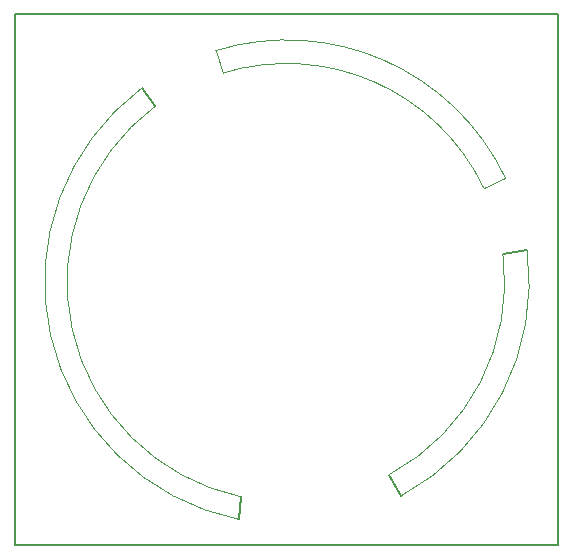
<source format=gbr>
%TF.GenerationSoftware,KiCad,Pcbnew,8.0.1*%
%TF.CreationDate,2024-05-06T20:31:10+02:00*%
%TF.ProjectId,smartknob,736d6172-746b-46e6-9f62-2e6b69636164,rev?*%
%TF.SameCoordinates,Original*%
%TF.FileFunction,Profile,NP*%
%FSLAX46Y46*%
G04 Gerber Fmt 4.6, Leading zero omitted, Abs format (unit mm)*
G04 Created by KiCad (PCBNEW 8.0.1) date 2024-05-06 20:31:10*
%MOMM*%
%LPD*%
G01*
G04 APERTURE LIST*
%TA.AperFunction,Profile*%
%ADD10C,0.050000*%
%TD*%
%TA.AperFunction,Profile*%
%ADD11C,0.200000*%
%TD*%
G04 APERTURE END LIST*
D10*
X110000000Y-99800000D02*
G75*
G02*
X101768400Y-63257622I4025000J20105000D01*
G01*
X132321275Y-77310268D02*
G75*
G02*
X122699999Y-95999999I-18321275J-2389732D01*
G01*
D11*
X132321276Y-77310268D02*
X134375699Y-77003214D01*
D10*
X110182432Y-97883678D02*
G75*
G02*
X102900001Y-64800001I3817568J18183678D01*
G01*
D11*
X110182432Y-97883678D02*
X110000000Y-99800000D01*
D10*
X108600000Y-62000002D02*
G75*
G02*
X130707797Y-71743904I5400000J-17699998D01*
G01*
X108600000Y-62000001D02*
X108000000Y-60100000D01*
X108000000Y-60100000D02*
G75*
G02*
X132534981Y-70883347I6025000J-19595000D01*
G01*
D11*
X122700000Y-96000000D02*
X123700000Y-97800000D01*
D10*
X134375699Y-77003214D02*
G75*
G02*
X123700000Y-97800000I-20350699J-2691786D01*
G01*
X130707798Y-71743904D02*
X132534981Y-70883347D01*
D11*
X102900001Y-64800001D02*
X101768400Y-63257622D01*
X91000000Y-57000000D02*
X137000000Y-57000000D01*
X137000000Y-102000000D01*
X91000000Y-102000000D01*
X91000000Y-57000000D01*
M02*

</source>
